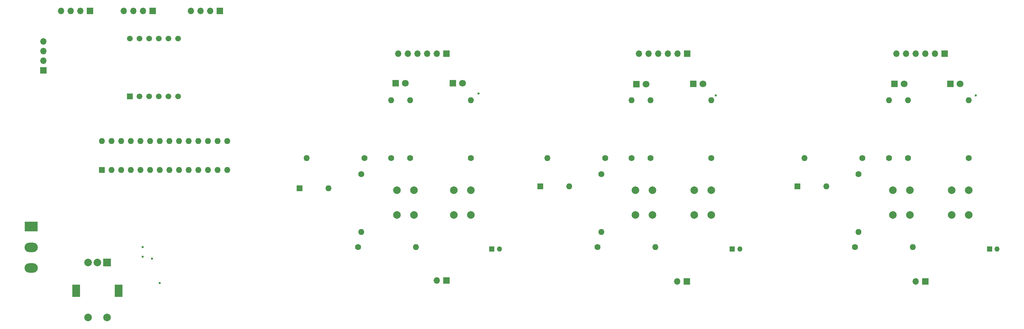
<source format=gbr>
%TF.GenerationSoftware,KiCad,Pcbnew,8.0.6*%
%TF.CreationDate,2024-12-22T20:43:21-05:00*%
%TF.ProjectId,flowcontrol_BL,666c6f77-636f-46e7-9472-6f6c5f424c2e,rev?*%
%TF.SameCoordinates,Original*%
%TF.FileFunction,Copper,L2,Inr*%
%TF.FilePolarity,Positive*%
%FSLAX46Y46*%
G04 Gerber Fmt 4.6, Leading zero omitted, Abs format (unit mm)*
G04 Created by KiCad (PCBNEW 8.0.6) date 2024-12-22 20:43:21*
%MOMM*%
%LPD*%
G01*
G04 APERTURE LIST*
%TA.AperFunction,ComponentPad*%
%ADD10C,2.000000*%
%TD*%
%TA.AperFunction,ComponentPad*%
%ADD11R,1.800000X1.800000*%
%TD*%
%TA.AperFunction,ComponentPad*%
%ADD12C,1.800000*%
%TD*%
%TA.AperFunction,ComponentPad*%
%ADD13R,1.350000X1.350000*%
%TD*%
%TA.AperFunction,ComponentPad*%
%ADD14O,1.350000X1.350000*%
%TD*%
%TA.AperFunction,ComponentPad*%
%ADD15C,1.600000*%
%TD*%
%TA.AperFunction,ComponentPad*%
%ADD16O,1.600000X1.600000*%
%TD*%
%TA.AperFunction,ComponentPad*%
%ADD17R,1.500000X1.500000*%
%TD*%
%TA.AperFunction,ComponentPad*%
%ADD18C,1.500000*%
%TD*%
%TA.AperFunction,ComponentPad*%
%ADD19R,1.600000X1.600000*%
%TD*%
%TA.AperFunction,ComponentPad*%
%ADD20R,1.700000X1.700000*%
%TD*%
%TA.AperFunction,ComponentPad*%
%ADD21O,1.700000X1.700000*%
%TD*%
%TA.AperFunction,ComponentPad*%
%ADD22R,3.500000X2.500000*%
%TD*%
%TA.AperFunction,ComponentPad*%
%ADD23O,3.500000X2.500000*%
%TD*%
%TA.AperFunction,ComponentPad*%
%ADD24R,2.000000X2.000000*%
%TD*%
%TA.AperFunction,ComponentPad*%
%ADD25R,2.000000X3.200000*%
%TD*%
%TA.AperFunction,ViaPad*%
%ADD26C,0.600000*%
%TD*%
G04 APERTURE END LIST*
D10*
%TO.N,unconnected-(SW2-Pad1)*%
%TO.C,SW2*%
X188352500Y-96500000D03*
%TO.N,unconnected-(SW2-Pad2)*%
X183852500Y-96500000D03*
%TO.N,/Microcontroller/SOL2_SEL*%
X188352500Y-90000000D03*
%TO.N,/Input Display/VCC_E*%
X183852500Y-90000000D03*
%TD*%
D11*
%TO.N,GND*%
%TO.C,D4*%
X252080000Y-62000000D03*
D12*
%TO.N,Net-(D4-A)*%
X254620000Y-62000000D03*
%TD*%
D13*
%TO.N,/Input Display/12V_R*%
%TO.C,J3*%
X145982500Y-105500000D03*
D14*
%TO.N,Net-(J3-Pin_2)*%
X147982500Y-105500000D03*
%TD*%
D15*
%TO.N,Net-(R10-Pad1)*%
%TO.C,R10*%
X243620000Y-81500000D03*
D16*
%TO.N,/Microcontroller/SOL3_OUT*%
X228380000Y-81500000D03*
%TD*%
D15*
%TO.N,Net-(R1LED_G2-Pad1)*%
%TO.C,R6*%
X175852500Y-81500000D03*
D16*
%TO.N,/Microcontroller/SOL2_OUT*%
X160612500Y-81500000D03*
%TD*%
D11*
%TO.N,GND*%
%TO.C,D5*%
X135707500Y-61760000D03*
D12*
%TO.N,Net-(D5-A)*%
X138247500Y-61760000D03*
%TD*%
D15*
%TO.N,/Microcontroller/SOL2_WAIT*%
%TO.C,R1LED_R2*%
X187852500Y-81500000D03*
D16*
%TO.N,Net-(D2-A)*%
X187852500Y-66260000D03*
%TD*%
D15*
%TO.N,Net-(R1LED_G2-Pad1)*%
%TO.C,R8*%
X174852500Y-85760000D03*
D16*
%TO.N,GND*%
X174852500Y-101000000D03*
%TD*%
D11*
%TO.N,GND*%
%TO.C,D6*%
X120707500Y-61760000D03*
D12*
%TO.N,Net-(D6-A)*%
X123247500Y-61760000D03*
%TD*%
D15*
%TO.N,Net-(R1LED_G2-Pad1)*%
%TO.C,R7*%
X182852500Y-81500000D03*
D16*
%TO.N,GND*%
X182852500Y-66260000D03*
%TD*%
D17*
%TO.N,unconnected-(U1-e-Pad1)*%
%TO.C,U1*%
X50670000Y-65250000D03*
D18*
%TO.N,unconnected-(U1-d-Pad2)*%
X53210000Y-65250000D03*
%TO.N,unconnected-(U1-DPX-Pad3)*%
X55750000Y-65250000D03*
%TO.N,unconnected-(U1-c-Pad4)*%
X58290000Y-65250000D03*
%TO.N,unconnected-(U1-g-Pad5)*%
X60830000Y-65250000D03*
%TO.N,unconnected-(U1-CA4-Pad6)*%
X63370000Y-65250000D03*
%TO.N,unconnected-(U1-b-Pad7)*%
X63370000Y-50010000D03*
%TO.N,unconnected-(U1-CA3-Pad8)*%
X60830000Y-50010000D03*
%TO.N,unconnected-(U1-CA2-Pad9)*%
X58290000Y-50010000D03*
%TO.N,unconnected-(U1-f-Pad10)*%
X55750000Y-50010000D03*
%TO.N,unconnected-(U1-a-Pad11)*%
X53210000Y-50010000D03*
%TO.N,unconnected-(U1-CA1-Pad12)*%
X50670000Y-50010000D03*
%TD*%
D10*
%TO.N,/Input Display/VCC_E*%
%TO.C,SW6*%
X135982500Y-90000000D03*
%TO.N,Net-(R1-Pad1)*%
X140482500Y-90000000D03*
%TO.N,unconnected-(SW6-Pad3)*%
X135982500Y-96500000D03*
%TO.N,unconnected-(SW6-Pad4)*%
X140482500Y-96500000D03*
%TD*%
D15*
%TO.N,/Microcontroller/SOL3_WAIT*%
%TO.C,R1LED_R3*%
X255620000Y-81500000D03*
D16*
%TO.N,Net-(D4-A)*%
X255620000Y-66260000D03*
%TD*%
D15*
%TO.N,Net-(R1-Pad1)*%
%TO.C,R1LED_G1*%
X140482500Y-81500000D03*
D16*
%TO.N,Net-(D5-A)*%
X140482500Y-66260000D03*
%TD*%
D19*
%TO.N,/Microcontroller/SOL3_MAIN*%
%TO.C,SW12*%
X226500000Y-89000000D03*
D16*
%TO.N,/Input Display/VCC_E*%
X234120000Y-89000000D03*
%TD*%
D15*
%TO.N,GND*%
%TO.C,R9*%
X241620000Y-105000000D03*
D16*
%TO.N,/Microcontroller/SOL3_SEL*%
X256860000Y-105000000D03*
%TD*%
D19*
%TO.N,/Microcontroller/SOL1_MAIN*%
%TO.C,SW13*%
X95362500Y-89500000D03*
D16*
%TO.N,/Input Display/VCC_E*%
X102982500Y-89500000D03*
%TD*%
D20*
%TO.N,N/C*%
%TO.C,REF\u002A\u002A*%
X197432500Y-54000000D03*
D21*
X194892500Y-54000000D03*
X192352500Y-54000000D03*
X189812500Y-54000000D03*
X187272500Y-54000000D03*
X184732500Y-54000000D03*
%TD*%
D10*
%TO.N,/Input Display/VCC_E*%
%TO.C,SW7*%
X199352500Y-90000000D03*
%TO.N,Net-(R1LED_G2-Pad1)*%
X203852500Y-90000000D03*
%TO.N,unconnected-(SW7-Pad3)*%
X199352500Y-96500000D03*
%TO.N,unconnected-(SW7-Pad4)*%
X203852500Y-96500000D03*
%TD*%
D22*
%TO.N,/Input Display/12V_R*%
%TO.C,U1*%
X24620000Y-99550000D03*
D23*
%TO.N,GND*%
X24620000Y-105025000D03*
%TO.N,/Input Display/VCC_E*%
X24620000Y-110500000D03*
%TD*%
D15*
%TO.N,Net-(R1LED_G2-Pad1)*%
%TO.C,R1LED_G2*%
X203852500Y-81500000D03*
D16*
%TO.N,Net-(D1-A)*%
X203852500Y-66260000D03*
%TD*%
D15*
%TO.N,GND*%
%TO.C,R4*%
X173852500Y-105000000D03*
D16*
%TO.N,/Microcontroller/SOL2_SEL*%
X189092500Y-105000000D03*
%TD*%
D11*
%TO.N,GND*%
%TO.C,D3*%
X266845000Y-62000000D03*
D12*
%TO.N,Net-(D3-A)*%
X269385000Y-62000000D03*
%TD*%
D20*
%TO.N,N/C*%
%TO.C,REF\u002A\u002A*%
X134062500Y-54000000D03*
D21*
X131522500Y-54000000D03*
X128982500Y-54000000D03*
X126442500Y-54000000D03*
X123902500Y-54000000D03*
X121362500Y-54000000D03*
%TD*%
D15*
%TO.N,Net-(R10-Pad1)*%
%TO.C,R11*%
X250620000Y-81500000D03*
D16*
%TO.N,GND*%
X250620000Y-66260000D03*
%TD*%
D24*
%TO.N,/Input Display/DT*%
%TO.C,SW3*%
X44620000Y-109000000D03*
D10*
%TO.N,GND*%
X39620000Y-109000000D03*
%TO.N,/Input Display/CLOCK*%
X42120000Y-109000000D03*
D25*
%TO.N,N/C*%
X47720000Y-116500000D03*
X36520000Y-116500000D03*
D10*
%TO.N,/Input Display/VCC_E*%
X39620000Y-123500000D03*
%TO.N,/Input Display/SWITCH*%
X44620000Y-123500000D03*
%TD*%
D19*
%TO.N,unconnected-(UC1-~{RESET}{slash}PC6-Pad1)*%
%TO.C,UC1*%
X43300000Y-84620000D03*
D16*
%TO.N,unconnected-(UC1-PD0-Pad2)*%
X45840000Y-84620000D03*
%TO.N,unconnected-(UC1-PD1-Pad3)*%
X48380000Y-84620000D03*
%TO.N,/Input Display/CLOCK*%
X50920000Y-84620000D03*
%TO.N,/Input Display/DT*%
X53460000Y-84620000D03*
%TO.N,/Microcontroller/SOL1_WAIT*%
X56000000Y-84620000D03*
%TO.N,Net-(U4-OUT)*%
X58540000Y-84620000D03*
%TO.N,GND*%
X61080000Y-84620000D03*
%TO.N,unconnected-(UC1-XTAL1{slash}PB6-Pad9)*%
X63620000Y-84620000D03*
%TO.N,unconnected-(UC1-XTAL2{slash}PB7-Pad10)*%
X66160000Y-84620000D03*
%TO.N,/Microcontroller/SOL1_MAIN*%
X68700000Y-84620000D03*
%TO.N,/Microcontroller/SOL1_OUT*%
X71240000Y-84620000D03*
%TO.N,/Microcontroller/SOL1_SEL*%
X73780000Y-84620000D03*
%TO.N,/Microcontroller/SOL2_MAIN*%
X76320000Y-84620000D03*
%TO.N,/Microcontroller/SOL2_OUT*%
X76320000Y-77000000D03*
%TO.N,/Microcontroller/SOL2_WAIT*%
X73780000Y-77000000D03*
%TO.N,/Microcontroller/SOL2_SEL*%
X71240000Y-77000000D03*
%TO.N,/Input Display/SWITCH*%
X68700000Y-77000000D03*
%TO.N,unconnected-(UC1-PB5-Pad19)*%
X66160000Y-77000000D03*
%TO.N,/Input Display/VCC_E*%
X63620000Y-77000000D03*
%TO.N,unconnected-(UC1-AREF-Pad21)*%
X61080000Y-77000000D03*
%TO.N,GND*%
X58540000Y-77000000D03*
%TO.N,/Microcontroller/SOL3_MAIN*%
X56000000Y-77000000D03*
%TO.N,/Microcontroller/SOL3_OUT*%
X53460000Y-77000000D03*
%TO.N,/Microcontroller/SOL3_WAIT*%
X50920000Y-77000000D03*
%TO.N,/Microcontroller/SOL3_SEL*%
X48380000Y-77000000D03*
%TO.N,/Input Display/SDA*%
X45840000Y-77000000D03*
%TO.N,/Input Display/SCL*%
X43300000Y-77000000D03*
%TD*%
D20*
%TO.N,N/C*%
%TO.C,REF\u002A\u002A*%
X40170000Y-42750000D03*
D21*
X37630000Y-42750000D03*
X35090000Y-42750000D03*
X32550000Y-42750000D03*
%TD*%
D20*
%TO.N,N/C*%
%TO.C,REF\u002A\u002A*%
X56670000Y-42750000D03*
D21*
X54130000Y-42750000D03*
X51590000Y-42750000D03*
X49050000Y-42750000D03*
%TD*%
D11*
%TO.N,GND*%
%TO.C,D1*%
X199077500Y-62000000D03*
D12*
%TO.N,Net-(D1-A)*%
X201617500Y-62000000D03*
%TD*%
D20*
%TO.N,N/C*%
%TO.C,REF\u002A\u002A*%
X265280000Y-54000000D03*
D21*
X262740000Y-54000000D03*
X260200000Y-54000000D03*
X257660000Y-54000000D03*
X255120000Y-54000000D03*
X252580000Y-54000000D03*
%TD*%
D15*
%TO.N,Net-(R1-Pad1)*%
%TO.C,R3*%
X111602500Y-85760000D03*
D16*
%TO.N,GND*%
X111602500Y-101000000D03*
%TD*%
D10*
%TO.N,unconnected-(SW10-Pad1)*%
%TO.C,SW10*%
X256120000Y-96500000D03*
%TO.N,unconnected-(SW10-Pad2)*%
X251620000Y-96500000D03*
%TO.N,/Microcontroller/SOL3_SEL*%
X256120000Y-90000000D03*
%TO.N,/Input Display/VCC_E*%
X251620000Y-90000000D03*
%TD*%
D11*
%TO.N,GND*%
%TO.C,D2*%
X184045143Y-62026657D03*
D12*
%TO.N,Net-(D2-A)*%
X186585143Y-62026657D03*
%TD*%
D15*
%TO.N,Net-(R1-Pad1)*%
%TO.C,R2*%
X119482500Y-81500000D03*
D16*
%TO.N,GND*%
X119482500Y-66260000D03*
%TD*%
D20*
%TO.N,/Input Display/SCL*%
%TO.C,J1*%
X27870000Y-58370000D03*
D21*
%TO.N,/Input Display/SDA*%
X27870000Y-55830000D03*
%TO.N,GND*%
X27870000Y-53290000D03*
%TO.N,/Input Display/VCC_E*%
X27870000Y-50750000D03*
%TD*%
D19*
%TO.N,/Microcontroller/SOL2_MAIN*%
%TO.C,SW8*%
X158732500Y-89000000D03*
D16*
%TO.N,/Input Display/VCC_E*%
X166352500Y-89000000D03*
%TD*%
D13*
%TO.N,/Input Display/12V_R*%
%TO.C,J4*%
X277120000Y-105500000D03*
D14*
%TO.N,Net-(J4-Pin_2)*%
X279120000Y-105500000D03*
%TD*%
D15*
%TO.N,Net-(R10-Pad1)*%
%TO.C,R12*%
X242620000Y-85760000D03*
D16*
%TO.N,GND*%
X242620000Y-101000000D03*
%TD*%
D20*
%TO.N,N/C*%
%TO.C,REF\u002A\u002A*%
X74370000Y-42750000D03*
D21*
X71830000Y-42750000D03*
X69290000Y-42750000D03*
X66750000Y-42750000D03*
%TD*%
D15*
%TO.N,GND*%
%TO.C,R5*%
X110732500Y-105000000D03*
D16*
%TO.N,/Microcontroller/SOL1_SEL*%
X125972500Y-105000000D03*
%TD*%
D20*
%TO.N,N/C*%
%TO.C,REF\u002A\u002A*%
X134022500Y-113750000D03*
D21*
X131482500Y-113750000D03*
%TD*%
D15*
%TO.N,Net-(R1-Pad1)*%
%TO.C,R1*%
X112482500Y-81500000D03*
D16*
%TO.N,/Microcontroller/SOL1_OUT*%
X97242500Y-81500000D03*
%TD*%
D10*
%TO.N,unconnected-(SW5-Pad1)*%
%TO.C,SW5*%
X125482500Y-96500000D03*
%TO.N,unconnected-(SW5-Pad2)*%
X120982500Y-96500000D03*
%TO.N,/Microcontroller/SOL1_SEL*%
X125482500Y-90000000D03*
%TO.N,/Input Display/VCC_E*%
X120982500Y-90000000D03*
%TD*%
%TO.N,/Input Display/VCC_E*%
%TO.C,SW11*%
X267120000Y-90000000D03*
%TO.N,Net-(R10-Pad1)*%
X271620000Y-90000000D03*
%TO.N,unconnected-(SW11-Pad3)*%
X267120000Y-96500000D03*
%TO.N,unconnected-(SW11-Pad4)*%
X271620000Y-96500000D03*
%TD*%
D20*
%TO.N,N/C*%
%TO.C,REF\u002A\u002A*%
X197392500Y-114000000D03*
D21*
X194852500Y-114000000D03*
%TD*%
D13*
%TO.N,/Input Display/12V_R*%
%TO.C,J2*%
X209352500Y-105500000D03*
D14*
%TO.N,Net-(J2-Pin_2)*%
X211352500Y-105500000D03*
%TD*%
D15*
%TO.N,Net-(R10-Pad1)*%
%TO.C,R1LED_G3*%
X271620000Y-81500000D03*
D16*
%TO.N,Net-(D3-A)*%
X271620000Y-66260000D03*
%TD*%
D15*
%TO.N,/Microcontroller/SOL1_WAIT*%
%TO.C,R1LED_R1*%
X124482500Y-81500000D03*
D16*
%TO.N,Net-(D6-A)*%
X124482500Y-66260000D03*
%TD*%
D20*
%TO.N,N/C*%
%TO.C,REF\u002A\u002A*%
X260160000Y-114000000D03*
D21*
X257620000Y-114000000D03*
%TD*%
D26*
%TO.N,GND*%
X273500000Y-65000000D03*
X205000000Y-65000000D03*
X58500000Y-114500000D03*
X142500000Y-64500000D03*
%TO.N,/Input Display/SWITCH*%
X54000000Y-105000000D03*
X54000000Y-107500000D03*
%TO.N,Net-(U4-OUT)*%
X56500000Y-108000000D03*
%TD*%
M02*

</source>
